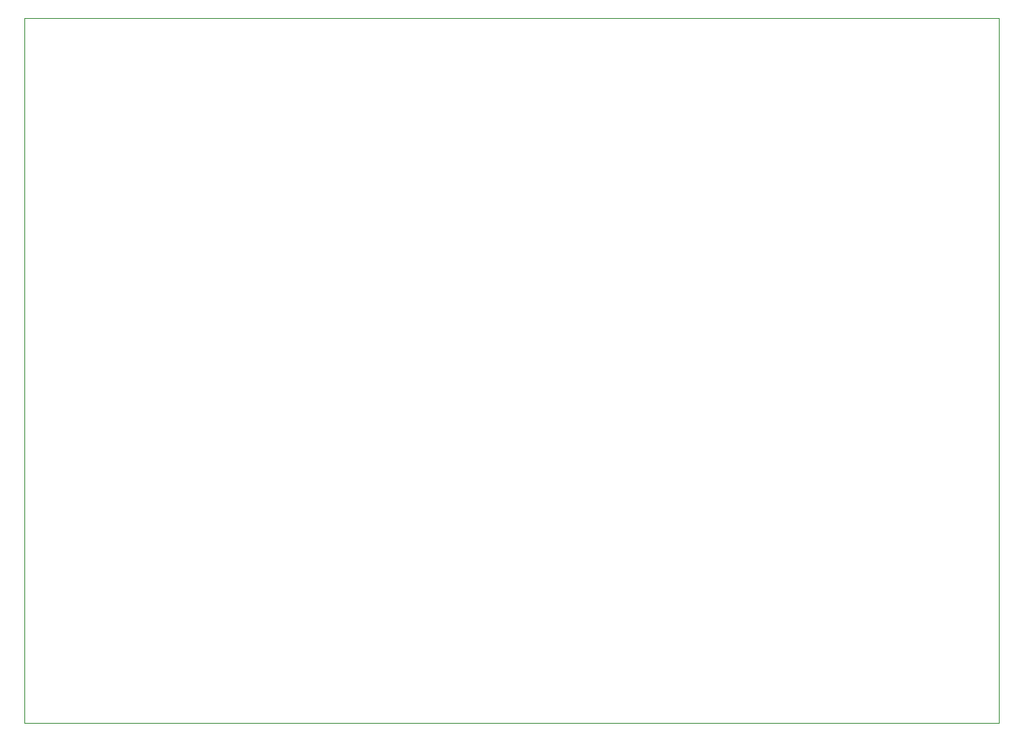
<source format=gbr>
%TF.GenerationSoftware,KiCad,Pcbnew,8.0.5-8.0.5-0~ubuntu24.04.1*%
%TF.CreationDate,2024-10-13T20:58:15+02:00*%
%TF.ProjectId,PD_PSU,50445f50-5355-42e6-9b69-6361645f7063,rev?*%
%TF.SameCoordinates,Original*%
%TF.FileFunction,Profile,NP*%
%FSLAX46Y46*%
G04 Gerber Fmt 4.6, Leading zero omitted, Abs format (unit mm)*
G04 Created by KiCad (PCBNEW 8.0.5-8.0.5-0~ubuntu24.04.1) date 2024-10-13 20:58:15*
%MOMM*%
%LPD*%
G01*
G04 APERTURE LIST*
%TA.AperFunction,Profile*%
%ADD10C,0.050000*%
%TD*%
G04 APERTURE END LIST*
D10*
X47083496Y-22528468D02*
X152083496Y-22528468D01*
X152083496Y-98528468D01*
X47083496Y-98528468D01*
X47083496Y-22528468D01*
M02*

</source>
